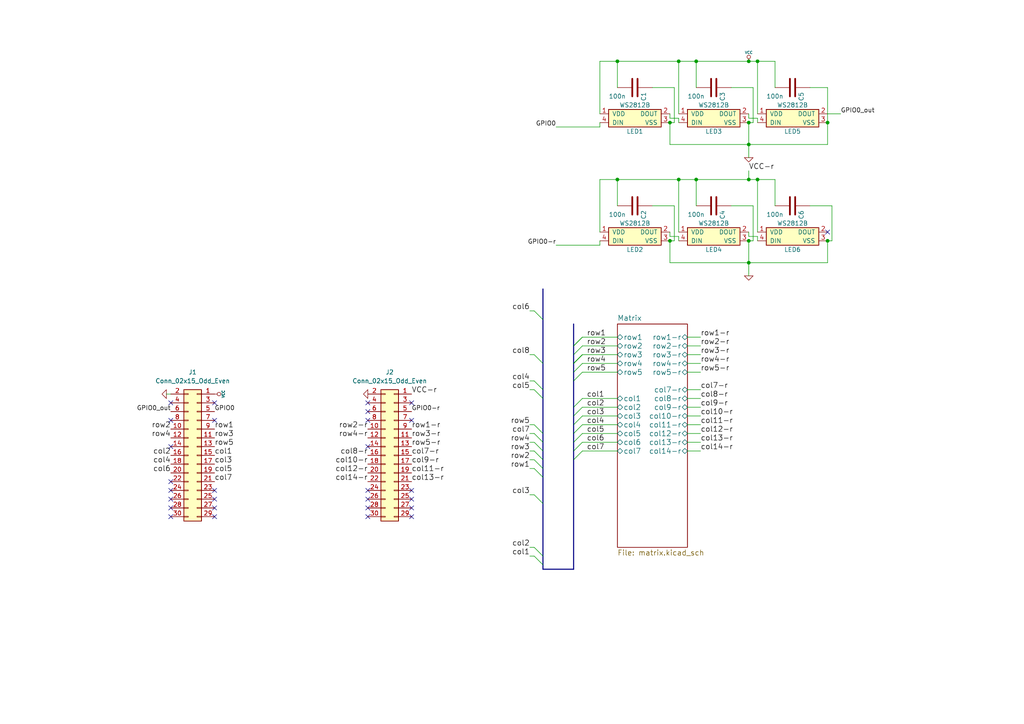
<source format=kicad_sch>
(kicad_sch (version 20211123) (generator eeschema)
  (paper "A4")
  (title_block (title "ukbdc - schematic") (date "17 jul 2013") (company "komar"))
  (lib_symbols
    (symbol "Connector_Generic:Conn_02x15_Odd_Even" (pin_names (offset 1.016) hide)
      (property "Reference" "J" (at 1.27 20.32 0))
      (property "Value" "Conn_02x15_Odd_Even" (at 1.27 -20.32 0))
      (symbol "Conn_02x15_Odd_Even_1_1"
        (rectangle (start -1.27 -17.653) (end 0 -17.907) (stroke (width 0.1524)))
        (rectangle (start -1.27 -15.113) (end 0 -15.367) (stroke (width 0.1524)))
        (rectangle (start -1.27 -12.573) (end 0 -12.827) (stroke (width 0.1524)))
        (rectangle (start -1.27 -10.033) (end 0 -10.287) (stroke (width 0.1524)))
        (rectangle (start -1.27 -7.493) (end 0 -7.747) (stroke (width 0.1524)))
        (rectangle (start -1.27 -4.953) (end 0 -5.207) (stroke (width 0.1524)))
        (rectangle (start -1.27 -2.413) (end 0 -2.667) (stroke (width 0.1524)))
        (rectangle (start -1.27 0.127) (end 0 -0.127) (stroke (width 0.1524)))
        (rectangle (start -1.27 2.667) (end 0 2.413) (stroke (width 0.1524)))
        (rectangle (start -1.27 5.207) (end 0 4.953) (stroke (width 0.1524)))
        (rectangle (start -1.27 7.747) (end 0 7.493) (stroke (width 0.1524)))
        (rectangle (start -1.27 10.287) (end 0 10.033) (stroke (width 0.1524)))
        (rectangle (start -1.27 12.827) (end 0 12.573) (stroke (width 0.1524)))
        (rectangle (start -1.27 15.367) (end 0 15.113) (stroke (width 0.1524)))
        (rectangle (start -1.27 17.907) (end 0 17.653) (stroke (width 0.1524)))
        (rectangle (start -1.27 19.05) (end 3.81 -19.05) (stroke (width 0.254)) (fill (type background)))
        (rectangle (start 3.81 -17.653) (end 2.54 -17.907) (stroke (width 0.1524)))
        (rectangle (start 3.81 -15.113) (end 2.54 -15.367) (stroke (width 0.1524)))
        (rectangle (start 3.81 -12.573) (end 2.54 -12.827) (stroke (width 0.1524)))
        (rectangle (start 3.81 -10.033) (end 2.54 -10.287) (stroke (width 0.1524)))
        (rectangle (start 3.81 -7.493) (end 2.54 -7.747) (stroke (width 0.1524)))
        (rectangle (start 3.81 -4.953) (end 2.54 -5.207) (stroke (width 0.1524)))
        (rectangle (start 3.81 -2.413) (end 2.54 -2.667) (stroke (width 0.1524)))
        (rectangle (start 3.81 0.127) (end 2.54 -0.127) (stroke (width 0.1524)))
        (rectangle (start 3.81 2.667) (end 2.54 2.413) (stroke (width 0.1524)))
        (rectangle (start 3.81 5.207) (end 2.54 4.953) (stroke (width 0.1524)))
        (rectangle (start 3.81 7.747) (end 2.54 7.493) (stroke (width 0.1524)))
        (rectangle (start 3.81 10.287) (end 2.54 10.033) (stroke (width 0.1524)))
        (rectangle (start 3.81 12.827) (end 2.54 12.573) (stroke (width 0.1524)))
        (rectangle (start 3.81 15.367) (end 2.54 15.113) (stroke (width 0.1524)))
        (rectangle (start 3.81 17.907) (end 2.54 17.653) (stroke (width 0.1524)))
        (pin passive line (at -5.08 17.78 0) (length 3.81) (name "Pin_1") (number "1"))
        (pin passive line (at 7.62 7.62 180) (length 3.81) (name "Pin_10") (number "10"))
        (pin passive line (at -5.08 5.08 0) (length 3.81) (name "Pin_11") (number "11"))
        (pin passive line (at 7.62 5.08 180) (length 3.81) (name "Pin_12") (number "12"))
        (pin passive line (at -5.08 2.54 0) (length 3.81) (name "Pin_13") (number "13"))
        (pin passive line (at 7.62 2.54 180) (length 3.81) (name "Pin_14") (number "14"))
        (pin passive line (at -5.08 0 0) (length 3.81) (name "Pin_15") (number "15"))
        (pin passive line (at 7.62 0 180) (length 3.81) (name "Pin_16") (number "16"))
        (pin passive line (at -5.08 -2.54 0) (length 3.81) (name "Pin_17") (number "17"))
        (pin passive line (at 7.62 -2.54 180) (length 3.81) (name "Pin_18") (number "18"))
        (pin passive line (at -5.08 -5.08 0) (length 3.81) (name "Pin_19") (number "19"))
        (pin passive line (at 7.62 17.78 180) (length 3.81) (name "Pin_2") (number "2"))
        (pin passive line (at 7.62 -5.08 180) (length 3.81) (name "Pin_20") (number "20"))
        (pin passive line (at -5.08 -7.62 0) (length 3.81) (name "Pin_21") (number "21"))
        (pin passive line (at 7.62 -7.62 180) (length 3.81) (name "Pin_22") (number "22"))
        (pin passive line (at -5.08 -10.16 0) (length 3.81) (name "Pin_23") (number "23"))
        (pin passive line (at 7.62 -10.16 180) (length 3.81) (name "Pin_24") (number "24"))
        (pin passive line (at -5.08 -12.7 0) (length 3.81) (name "Pin_25") (number "25"))
        (pin passive line (at 7.62 -12.7 180) (length 3.81) (name "Pin_26") (number "26"))
        (pin passive line (at -5.08 -15.24 0) (length 3.81) (name "Pin_27") (number "27"))
        (pin passive line (at 7.62 -15.24 180) (length 3.81) (name "Pin_28") (number "28"))
        (pin passive line (at -5.08 -17.78 0) (length 3.81) (name "Pin_29") (number "29"))
        (pin passive line (at -5.08 15.24 0) (length 3.81) (name "Pin_3") (number "3"))
        (pin passive line (at 7.62 -17.78 180) (length 3.81) (name "Pin_30") (number "30"))
        (pin passive line (at 7.62 15.24 180) (length 3.81) (name "Pin_4") (number "4"))
        (pin passive line (at -5.08 12.7 0) (length 3.81) (name "Pin_5") (number "5"))
        (pin passive line (at 7.62 12.7 180) (length 3.81) (name "Pin_6") (number "6"))
        (pin passive line (at -5.08 10.16 0) (length 3.81) (name "Pin_7") (number "7"))
        (pin passive line (at 7.62 10.16 180) (length 3.81) (name "Pin_8") (number "8"))
        (pin passive line (at -5.08 7.62 0) (length 3.81) (name "Pin_9") (number "9"))
      )
    )
    (symbol "keyboard-rescue:C" (pin_numbers hide) (pin_names (offset 0.254))
      (property "Reference" "C" (at 1.27 2.54 0))
      (property "Value" "C" (at 1.27 -2.54 0))
      (symbol "C_0_1"
        (polyline (pts (xy -2.54 -0.762) (xy 2.54 -0.762)) (stroke (width 0.508)))
        (polyline (pts (xy -2.54 0.762) (xy 2.54 0.762)) (stroke (width 0.508)))
      )
      (symbol "C_1_1"
        (pin passive line (at 0 5.08 270) (length 4.318) (name "~") (number "1"))
        (pin passive line (at 0 -5.08 90) (length 4.318) (name "~") (number "2"))
      )
    )
    (symbol "keyboard-rescue:GND" (power) (pin_names (offset 0))
      (symbol "GND_0_1"
        (polyline (pts (xy -1.27 0) (xy 0 -1.27) (xy 1.27 0) (xy -1.27 0)))
      )
      (symbol "GND_1_1"
        (pin power_in line (at 0 0 90) (length 0) hide (name "GND") (number "1"))
      )
    )
    (symbol "keyboard-rescue:VCC" (power) (pin_names (offset 0))
      (property "Value" "VCC" (at 0 2.54 0))
      (symbol "VCC_0_0"
        (pin power_in line (at 0 0 90) (length 0) hide (name "VCC") (number "1"))
      )
      (symbol "VCC_0_1"
        (polyline (pts (xy 0 0) (xy 0 0.762) (xy 0 0.762)))
        (circle (center 0 1.27) (radius 0.508))
      )
    )
    (symbol "keyboard-rescue:WS2812B" (pin_names (offset 1.016))
      (property "Reference" "LED" (at 0 -5.08 0))
      (property "Value" "WS2812B" (at 0 2.54 0))
      (symbol "WS2812B_0_1"
        (rectangle (start -7.62 1.27) (end 7.62 -3.81) (stroke (width 0.254)) (fill (type background)))
      )
      (symbol "WS2812B_1_1"
        (pin power_in line (at -10.16 0 0) (length 2.54) (name "VDD") (number "1"))
        (pin output line (at 10.16 0 180) (length 2.54) (name "DOUT") (number "2"))
        (pin power_in line (at 10.16 -2.54 180) (length 2.54) (name "VSS") (number "3"))
        (pin input line (at -10.16 -2.54 0) (length 2.54) (name "DIN") (number "4"))
      )
    )
  )
  (junction (at 179.07 17.78))
  (junction (at 240.03 35.56))
  (junction (at 196.85 17.78))
  (junction (at 217.17 35.56))
  (junction (at 179.07 52.07))
  (junction (at 194.31 69.85))
  (junction (at 217.17 69.85))
  (junction (at 217.17 76.2))
  (junction (at 194.31 35.56))
  (junction (at 196.85 52.07))
  (junction (at 217.17 17.78))
  (junction (at 217.17 52.07))
  (junction (at 201.93 52.07))
  (junction (at 219.71 17.78))
  (junction (at 219.71 52.07))
  (junction (at 240.03 69.85))
  (junction (at 217.17 41.91))
  (junction (at 201.93 17.78))
  (no_connect (at 240.03 67.31))
  (no_connect (at 106.68 144.78))
  (no_connect (at 119.38 142.24))
  (no_connect (at 119.38 144.78))
  (no_connect (at 119.38 116.84))
  (no_connect (at 119.38 121.92))
  (no_connect (at 119.38 149.86))
  (no_connect (at 49.53 149.86))
  (no_connect (at 62.23 142.24))
  (no_connect (at 106.68 147.32))
  (no_connect (at 106.68 129.54))
  (no_connect (at 106.68 121.92))
  (no_connect (at 119.38 147.32))
  (no_connect (at 62.23 149.86))
  (no_connect (at 49.53 144.78))
  (no_connect (at 106.68 149.86))
  (no_connect (at 62.23 116.84))
  (no_connect (at 62.23 144.78))
  (no_connect (at 106.68 142.24))
  (no_connect (at 49.53 116.84))
  (no_connect (at 49.53 142.24))
  (no_connect (at 106.68 119.38))
  (no_connect (at 49.53 121.92))
  (no_connect (at 62.23 147.32))
  (no_connect (at 49.53 147.32))
  (no_connect (at 62.23 121.92))
  (no_connect (at 49.53 139.7))
  (no_connect (at 49.53 129.54))
  (no_connect (at 106.68 116.84))
  (bus_entry (at 166.37 120.65) (size 2.54 -2.54))
  (bus_entry (at 154.94 135.89) (size 2.54 2.54))
  (bus_entry (at 154.94 158.75) (size 2.54 2.54))
  (bus_entry (at 154.94 143.51) (size 2.54 2.54))
  (bus_entry (at 154.94 161.29) (size 2.54 2.54))
  (bus_entry (at 154.94 90.17) (size 2.54 2.54))
  (bus_entry (at 166.37 118.11) (size 2.54 -2.54))
  (bus_entry (at 154.94 130.81) (size 2.54 2.54))
  (bus_entry (at 166.37 102.87) (size 2.54 -2.54))
  (bus_entry (at 166.37 107.95) (size 2.54 -2.54))
  (bus_entry (at 166.37 130.81) (size 2.54 -2.54))
  (bus_entry (at 166.37 133.35) (size 2.54 -2.54))
  (bus_entry (at 166.37 125.73) (size 2.54 -2.54))
  (bus_entry (at 166.37 128.27) (size 2.54 -2.54))
  (bus_entry (at 154.94 133.35) (size 2.54 2.54))
  (bus_entry (at 166.37 105.41) (size 2.54 -2.54))
  (bus_entry (at 166.37 105.41) (size 2.54 -2.54))
  (bus_entry (at 154.94 125.73) (size 2.54 2.54))
  (bus_entry (at 166.37 105.41) (size 2.54 -2.54))
  (bus_entry (at 166.37 100.33) (size 2.54 -2.54))
  (bus_entry (at 154.94 110.49) (size 2.54 2.54))
  (bus_entry (at 154.94 113.03) (size 2.54 2.54))
  (bus_entry (at 166.37 123.19) (size 2.54 -2.54))
  (bus_entry (at 154.94 128.27) (size 2.54 2.54))
  (bus_entry (at 166.37 110.49) (size 2.54 -2.54))
  (bus_entry (at 166.37 100.33) (size 2.54 -2.54))
  (bus_entry (at 154.94 102.87) (size 2.54 2.54))
  (bus_entry (at 154.94 123.19) (size 2.54 2.54))
  (wire (pts (xy 199.39 107.95) (xy 203.2 107.95)))
  (wire (pts (xy 194.31 69.85) (xy 194.31 76.2)))
  (wire (pts (xy 168.91 97.79) (xy 179.07 97.79)))
  (bus (pts (xy 157.48 128.27) (xy 157.48 125.73)))
  (wire (pts (xy 179.07 52.07) (xy 196.85 52.07)))
  (bus (pts (xy 166.37 105.41) (xy 166.37 107.95)))
  (wire (pts (xy 219.71 68.58) (xy 219.71 69.85)))
  (wire (pts (xy 153.67 125.73) (xy 154.94 125.73)))
  (wire (pts (xy 179.07 100.33) (xy 168.91 100.33)))
  (bus (pts (xy 157.48 105.41) (xy 157.48 92.71)))
  (wire (pts (xy 194.31 33.02) (xy 194.31 34.29)))
  (wire (pts (xy 203.2 100.33) (xy 199.39 100.33)))
  (wire (pts (xy 234.95 59.69) (xy 241.3 59.69)))
  (wire (pts (xy 179.07 17.78) (xy 196.85 17.78)))
  (wire (pts (xy 199.39 97.79) (xy 203.2 97.79)))
  (wire (pts (xy 189.23 59.69) (xy 195.58 59.69)))
  (bus (pts (xy 166.37 100.33) (xy 166.37 102.87)))
  (wire (pts (xy 153.67 102.87) (xy 154.94 102.87)))
  (wire (pts (xy 212.09 25.4) (xy 218.44 25.4)))
  (wire (pts (xy 224.79 52.07) (xy 224.79 59.69)))
  (bus (pts (xy 166.37 107.95) (xy 166.37 110.49)))
  (bus (pts (xy 157.48 163.83) (xy 157.48 161.29)))
  (bus (pts (xy 166.37 118.11) (xy 166.37 120.65)))
  (wire (pts (xy 195.58 35.56) (xy 194.31 35.56)))
  (wire (pts (xy 173.99 52.07) (xy 173.99 67.31)))
  (wire (pts (xy 217.17 35.56) (xy 217.17 41.91)))
  (wire (pts (xy 49.53 114.3) (xy 48.26 114.3)))
  (bus (pts (xy 166.37 165.1) (xy 157.48 165.1)))
  (wire (pts (xy 179.07 118.11) (xy 168.91 118.11)))
  (wire (pts (xy 168.91 107.95) (xy 179.07 107.95)))
  (wire (pts (xy 199.39 115.57) (xy 203.2 115.57)))
  (wire (pts (xy 199.39 102.87) (xy 203.2 102.87)))
  (wire (pts (xy 179.07 52.07) (xy 179.07 59.69)))
  (wire (pts (xy 217.17 76.2) (xy 217.17 80.01)))
  (wire (pts (xy 241.3 59.69) (xy 241.3 69.85)))
  (wire (pts (xy 161.29 36.83) (xy 173.99 36.83)))
  (wire (pts (xy 196.85 17.78) (xy 201.93 17.78)))
  (wire (pts (xy 218.44 25.4) (xy 218.44 35.56)))
  (wire (pts (xy 194.31 41.91) (xy 217.17 41.91)))
  (wire (pts (xy 194.31 68.58) (xy 196.85 68.58)))
  (wire (pts (xy 217.17 52.07) (xy 219.71 52.07)))
  (wire (pts (xy 217.17 17.78) (xy 219.71 17.78)))
  (bus (pts (xy 166.37 125.73) (xy 166.37 128.27)))
  (wire (pts (xy 173.99 17.78) (xy 179.07 17.78)))
  (wire (pts (xy 240.03 25.4) (xy 240.03 35.56)))
  (wire (pts (xy 217.17 41.91) (xy 240.03 41.91)))
  (wire (pts (xy 199.39 123.19) (xy 203.2 123.19)))
  (bus (pts (xy 157.48 135.89) (xy 157.48 133.35)))
  (wire (pts (xy 217.17 41.91) (xy 217.17 45.72)))
  (wire (pts (xy 199.39 128.27) (xy 203.2 128.27)))
  (wire (pts (xy 201.93 17.78) (xy 201.93 25.4)))
  (bus (pts (xy 166.37 130.81) (xy 166.37 133.35)))
  (wire (pts (xy 153.67 135.89) (xy 154.94 135.89)))
  (wire (pts (xy 153.67 143.51) (xy 154.94 143.51)))
  (wire (pts (xy 153.67 113.03) (xy 154.94 113.03)))
  (wire (pts (xy 199.39 113.03) (xy 203.2 113.03)))
  (wire (pts (xy 153.67 128.27) (xy 154.94 128.27)))
  (wire (pts (xy 219.71 33.02) (xy 219.71 17.78)))
  (bus (pts (xy 166.37 102.87) (xy 166.37 105.41)))
  (bus (pts (xy 157.48 133.35) (xy 157.48 130.81)))
  (wire (pts (xy 196.85 52.07) (xy 201.93 52.07)))
  (wire (pts (xy 196.85 67.31) (xy 196.85 52.07)))
  (bus (pts (xy 166.37 110.49) (xy 166.37 118.11)))
  (wire (pts (xy 219.71 52.07) (xy 224.79 52.07)))
  (wire (pts (xy 179.07 105.41) (xy 168.91 105.41)))
  (wire (pts (xy 201.93 52.07) (xy 201.93 59.69)))
  (wire (pts (xy 168.91 125.73) (xy 179.07 125.73)))
  (bus (pts (xy 157.48 130.81) (xy 157.48 128.27)))
  (wire (pts (xy 189.23 25.4) (xy 195.58 25.4)))
  (wire (pts (xy 153.67 161.29) (xy 154.94 161.29)))
  (wire (pts (xy 195.58 25.4) (xy 195.58 35.56)))
  (wire (pts (xy 194.31 76.2) (xy 217.17 76.2)))
  (wire (pts (xy 219.71 67.31) (xy 219.71 52.07)))
  (wire (pts (xy 217.17 76.2) (xy 240.03 76.2)))
  (bus (pts (xy 157.48 92.71) (xy 157.48 83.82)))
  (wire (pts (xy 217.17 69.85) (xy 217.17 76.2)))
  (wire (pts (xy 217.17 34.29) (xy 219.71 34.29)))
  (wire (pts (xy 240.03 76.2) (xy 240.03 69.85)))
  (wire (pts (xy 194.31 34.29) (xy 196.85 34.29)))
  (wire (pts (xy 153.67 130.81) (xy 154.94 130.81)))
  (wire (pts (xy 201.93 52.07) (xy 217.17 52.07)))
  (wire (pts (xy 219.71 34.29) (xy 219.71 35.56)))
  (bus (pts (xy 157.48 161.29) (xy 157.48 146.05)))
  (wire (pts (xy 179.07 123.19) (xy 168.91 123.19)))
  (wire (pts (xy 173.99 33.02) (xy 173.99 17.78)))
  (wire (pts (xy 241.3 69.85) (xy 240.03 69.85)))
  (wire (pts (xy 153.67 90.17) (xy 154.94 90.17)))
  (wire (pts (xy 219.71 17.78) (xy 224.79 17.78)))
  (wire (pts (xy 173.99 71.12) (xy 173.99 69.85)))
  (wire (pts (xy 196.85 34.29) (xy 196.85 35.56)))
  (wire (pts (xy 217.17 68.58) (xy 219.71 68.58)))
  (bus (pts (xy 157.48 146.05) (xy 157.48 138.43)))
  (bus (pts (xy 166.37 123.19) (xy 166.37 125.73)))
  (bus (pts (xy 166.37 128.27) (xy 166.37 130.81)))
  (wire (pts (xy 194.31 35.56) (xy 194.31 41.91)))
  (wire (pts (xy 168.91 115.57) (xy 179.07 115.57)))
  (wire (pts (xy 217.17 67.31) (xy 217.17 68.58)))
  (wire (pts (xy 243.84 33.02) (xy 240.03 33.02)))
  (wire (pts (xy 199.39 118.11) (xy 203.2 118.11)))
  (wire (pts (xy 161.29 71.12) (xy 173.99 71.12)))
  (bus (pts (xy 166.37 120.65) (xy 166.37 123.19)))
  (bus (pts (xy 157.48 165.1) (xy 157.48 163.83)))
  (wire (pts (xy 196.85 68.58) (xy 196.85 69.85)))
  (bus (pts (xy 166.37 93.98) (xy 166.37 100.33)))
  (wire (pts (xy 173.99 52.07) (xy 179.07 52.07)))
  (wire (pts (xy 212.09 59.69) (xy 218.44 59.69)))
  (wire (pts (xy 173.99 36.83) (xy 173.99 35.56)))
  (wire (pts (xy 196.85 33.02) (xy 196.85 17.78)))
  (wire (pts (xy 179.07 17.78) (xy 179.07 25.4)))
  (wire (pts (xy 224.79 17.78) (xy 224.79 25.4)))
  (wire (pts (xy 194.31 67.31) (xy 194.31 68.58)))
  (wire (pts (xy 194.31 69.85) (xy 195.58 69.85)))
  (bus (pts (xy 157.48 138.43) (xy 157.48 135.89)))
  (wire (pts (xy 201.93 17.78) (xy 217.17 17.78)))
  (wire (pts (xy 153.67 158.75) (xy 154.94 158.75)))
  (bus (pts (xy 157.48 125.73) (xy 157.48 115.57)))
  (wire (pts (xy 199.39 130.81) (xy 203.2 130.81)))
  (wire (pts (xy 195.58 59.69) (xy 195.58 69.85)))
  (wire (pts (xy 168.91 130.81) (xy 179.07 130.81)))
  (bus (pts (xy 166.37 133.35) (xy 166.37 165.1)))
  (wire (pts (xy 217.17 49.53) (xy 217.17 52.07)))
  (wire (pts (xy 218.44 59.69) (xy 218.44 69.85)))
  (wire (pts (xy 218.44 35.56) (xy 217.17 35.56)))
  (wire (pts (xy 179.07 128.27) (xy 168.91 128.27)))
  (wire (pts (xy 168.91 102.87) (xy 179.07 102.87)))
  (wire (pts (xy 199.39 125.73) (xy 203.2 125.73)))
  (wire (pts (xy 217.17 33.02) (xy 217.17 34.29)))
  (wire (pts (xy 240.03 25.4) (xy 234.95 25.4)))
  (wire (pts (xy 153.67 133.35) (xy 154.94 133.35)))
  (wire (pts (xy 218.44 69.85) (xy 217.17 69.85)))
  (wire (pts (xy 153.67 123.19) (xy 154.94 123.19)))
  (bus (pts (xy 157.48 113.03) (xy 157.48 105.41)))
  (wire (pts (xy 153.67 110.49) (xy 154.94 110.49)))
  (wire (pts (xy 168.91 120.65) (xy 179.07 120.65)))
  (wire (pts (xy 199.39 120.65) (xy 203.2 120.65)))
  (wire (pts (xy 199.39 105.41) (xy 203.2 105.41)))
  (wire (pts (xy 240.03 41.91) (xy 240.03 35.56)))
  (bus (pts (xy 157.48 115.57) (xy 157.48 113.03)))
  (label "row1-r" (at 119.38 124.46 0) (effects (font (size 1.524 1.524))))
  (label "row5" (at 170.18 107.95 0) (effects (font (size 1.524 1.524))))
  (label "col2" (at 170.18 118.11 0) (effects (font (size 1.524 1.524))))
  (label "col7-r" (at 119.38 132.08 0) (effects (font (size 1.524 1.524))))
  (label "col9-r" (at 119.38 134.62 0) (effects (font (size 1.524 1.524))))
  (label "VCC-r" (at 217.17 49.53 0) (effects (font (size 1.524 1.524))))
  (label "row2" (at 153.67 133.35 180) (effects (font (size 1.524 1.524))))
  (label "col13-r" (at 119.38 139.7 0) (effects (font (size 1.524 1.524))))
  (label "col7" (at 153.67 125.73 180) (effects (font (size 1.524 1.524))))
  (label "col5" (at 153.67 113.03 180) (effects (font (size 1.524 1.524))))
  (label "row2" (at 49.53 124.46 180) (effects (font (size 1.524 1.524))))
  (label "col5" (at 62.23 137.16 0) (effects (font (size 1.524 1.524))))
  (label "GPIO0-r" (at 161.29 71.12 180))
  (label "col1" (at 62.23 132.08 0) (effects (font (size 1.524 1.524))))
  (label "row3-r" (at 203.2 102.87 0) (effects (font (size 1.524 1.524))))
  (label "col12-r" (at 203.2 125.73 0) (effects (font (size 1.524 1.524))))
  (label "row4-r" (at 106.68 127 180) (effects (font (size 1.524 1.524))))
  (label "col6" (at 49.53 137.16 180) (effects (font (size 1.524 1.524))))
  (label "row2-r" (at 106.68 124.46 180) (effects (font (size 1.524 1.524))))
  (label "col2" (at 153.67 158.75 180) (effects (font (size 1.524 1.524))))
  (label "col8-r" (at 106.68 132.08 180) (effects (font (size 1.524 1.524))))
  (label "row4" (at 170.18 105.41 0) (effects (font (size 1.524 1.524))))
  (label "row3" (at 62.23 127 0) (effects (font (size 1.524 1.524))))
  (label "col12-r" (at 106.68 137.16 180) (effects (font (size 1.524 1.524))))
  (label "row5-r" (at 119.38 129.54 0) (effects (font (size 1.524 1.524))))
  (label "col3" (at 153.67 143.51 180) (effects (font (size 1.524 1.524))))
  (label "col6" (at 170.18 128.27 0) (effects (font (size 1.524 1.524))))
  (label "row1" (at 170.18 97.79 0) (effects (font (size 1.524 1.524))))
  (label "row3" (at 170.18 102.87 0) (effects (font (size 1.524 1.524))))
  (label "row5" (at 153.67 123.19 180) (effects (font (size 1.524 1.524))))
  (label "col4" (at 49.53 134.62 180) (effects (font (size 1.524 1.524))))
  (label "row2-r" (at 203.2 100.33 0) (effects (font (size 1.524 1.524))))
  (label "col13-r" (at 203.2 128.27 0) (effects (font (size 1.524 1.524))))
  (label "GPIO0-r" (at 119.38 119.38 0))
  (label "col8-r" (at 203.2 115.57 0) (effects (font (size 1.524 1.524))))
  (label "row4" (at 153.67 128.27 180) (effects (font (size 1.524 1.524))))
  (label "col4" (at 153.67 110.49 180) (effects (font (size 1.524 1.524))))
  (label "GPIO0_out" (at 243.84 33.02 0))
  (label "col7" (at 62.23 139.7 0) (effects (font (size 1.524 1.524))))
  (label "row1-r" (at 203.2 97.79 0) (effects (font (size 1.524 1.524))))
  (label "col11-r" (at 203.2 123.19 0) (effects (font (size 1.524 1.524))))
  (label "col11-r" (at 119.38 137.16 0) (effects (font (size 1.524 1.524))))
  (label "col3" (at 170.18 120.65 0) (effects (font (size 1.524 1.524))))
  (label "row1" (at 62.23 124.46 0) (effects (font (size 1.524 1.524))))
  (label "row1" (at 153.67 135.89 180) (effects (font (size 1.524 1.524))))
  (label "col6" (at 153.67 90.17 180) (effects (font (size 1.524 1.524))))
  (label "row4-r" (at 203.2 105.41 0) (effects (font (size 1.524 1.524))))
  (label "row5-r" (at 203.2 107.95 0) (effects (font (size 1.524 1.524))))
  (label "col1" (at 170.18 115.57 0) (effects (font (size 1.524 1.524))))
  (label "GPIO0" (at 62.23 119.38 0))
  (label "col10-r" (at 106.68 134.62 180) (effects (font (size 1.524 1.524))))
  (label "GPIO0_out" (at 49.53 119.38 180))
  (label "col4" (at 170.18 123.19 0) (effects (font (size 1.524 1.524))))
  (label "col7" (at 170.18 130.81 0) (effects (font (size 1.524 1.524))))
  (label "row4" (at 49.53 127 180) (effects (font (size 1.524 1.524))))
  (label "col3" (at 62.23 134.62 0) (effects (font (size 1.524 1.524))))
  (label "col14-r" (at 203.2 130.81 0) (effects (font (size 1.524 1.524))))
  (label "VCC-r" (at 119.38 114.3 0) (effects (font (size 1.524 1.524))))
  (label "col10-r" (at 203.2 120.65 0) (effects (font (size 1.524 1.524))))
  (label "col8" (at 153.67 102.87 180) (effects (font (size 1.524 1.524))))
  (label "row2" (at 170.18 100.33 0) (effects (font (size 1.524 1.524))))
  (label "col9-r" (at 203.2 118.11 0) (effects (font (size 1.524 1.524))))
  (label "GPIO0" (at 161.29 36.83 180))
  (label "col7-r" (at 203.2 113.03 0) (effects (font (size 1.524 1.524))))
  (label "col1" (at 153.67 161.29 180) (effects (font (size 1.524 1.524))))
  (label "row5" (at 62.23 129.54 0) (effects (font (size 1.524 1.524))))
  (label "col2" (at 49.53 132.08 180) (effects (font (size 1.524 1.524))))
  (label "row3-r" (at 119.38 127 0) (effects (font (size 1.524 1.524))))
  (label "col5" (at 170.18 125.73 0) (effects (font (size 1.524 1.524))))
  (label "col14-r" (at 106.68 139.7 180) (effects (font (size 1.524 1.524))))
  (label "row3" (at 153.67 130.81 180) (effects (font (size 1.524 1.524))))
  (symbol (lib_id "keyboard-rescue:WS2812B") (at 184.15 33.02 0) (unit 1)
    (property "Reference" "LED1" (at 184.15 38.1 0))
    (property "Value" "WS2812B" (at 184.15 30.48 0))
    (property "Footprint" "LEDs:LED_WS2812B-PLCC4" (effects hide))
  )
  (symbol (lib_id "keyboard-rescue:WS2812B") (at 207.01 33.02 0) (unit 1)
    (property "Reference" "LED3" (at 207.01 38.1 0))
    (property "Value" "WS2812B" (at 207.01 30.48 0))
    (property "Footprint" "LEDs:LED_WS2812B-PLCC4" (effects hide))
  )
  (symbol (lib_id "keyboard-rescue:WS2812B") (at 229.87 33.02 0) (unit 1)
    (property "Reference" "LED5" (at 229.87 38.1 0))
    (property "Value" "WS2812B" (at 229.87 30.48 0))
    (property "Footprint" "LEDs:LED_WS2812B-PLCC4" (effects hide))
  )
  (symbol (lib_id "keyboard-rescue:C") (at 184.15 25.4 270) (unit 1)
    (property "Reference" "C1" (at 186.69 26.67 0) (effects (justify left)))
    (property "Value" "100n" (at 176.53 27.94 90) (effects (justify left)))
    (property "Footprint" "0805:0805C" (effects hide))
  )
  (symbol (lib_id "keyboard-rescue:C") (at 207.01 25.4 270) (unit 1)
    (property "Reference" "C3" (at 209.55 26.67 0) (effects (justify left)))
    (property "Value" "100n" (at 199.39 27.94 90) (effects (justify left)))
    (property "Footprint" "0805:0805C" (effects hide))
  )
  (symbol (lib_id "keyboard-rescue:C") (at 229.87 25.4 270) (unit 1)
    (property "Reference" "C5" (at 232.41 26.67 0) (effects (justify left)))
    (property "Value" "100n" (at 222.25 27.94 90) (effects (justify left)))
    (property "Footprint" "0805:0805C" (effects hide))
  )
  (symbol (lib_id "keyboard-rescue:VCC") (at 217.17 17.78 0) (unit 1)
    (property "Reference" "#PWR05" (effects hide))
    (property "Value" "VCC" (at 217.17 15.24 0) (effects (font (size 0.762 0.762))))
  )
  (symbol (lib_id "keyboard-rescue:GND") (at 217.17 45.72 0) (unit 1)
    (property "Reference" "#PWR06" (effects hide))
    (property "Value" "GND" (effects hide))
  )
  (symbol (lib_id "keyboard-rescue:WS2812B") (at 184.15 67.31 0) (unit 1)
    (property "Reference" "LED2" (at 184.15 72.39 0))
    (property "Value" "WS2812B" (at 184.15 64.77 0))
    (property "Footprint" "LEDs:LED_WS2812B-PLCC4" (effects hide))
  )
  (symbol (lib_id "keyboard-rescue:WS2812B") (at 207.01 67.31 0) (unit 1)
    (property "Reference" "LED4" (at 207.01 72.39 0))
    (property "Value" "WS2812B" (at 207.01 64.77 0))
    (property "Footprint" "LEDs:LED_WS2812B-PLCC4" (effects hide))
  )
  (symbol (lib_id "keyboard-rescue:WS2812B") (at 229.87 67.31 0) (unit 1)
    (property "Reference" "LED6" (at 229.87 72.39 0))
    (property "Value" "WS2812B" (at 229.87 64.77 0))
    (property "Footprint" "LEDs:LED_WS2812B-PLCC4" (effects hide))
  )
  (symbol (lib_id "keyboard-rescue:C") (at 184.15 59.69 270) (unit 1)
    (property "Reference" "C2" (at 186.69 60.96 0) (effects (justify left)))
    (property "Value" "100n" (at 176.53 62.23 90) (effects (justify left)))
    (property "Footprint" "0805:0805C" (effects hide))
  )
  (symbol (lib_id "keyboard-rescue:C") (at 207.01 59.69 270) (unit 1)
    (property "Reference" "C4" (at 209.55 60.96 0) (effects (justify left)))
    (property "Value" "100n" (at 199.39 62.23 90) (effects (justify left)))
    (property "Footprint" "0805:0805C" (effects hide))
  )
  (symbol (lib_id "keyboard-rescue:C") (at 229.87 59.69 270) (unit 1)
    (property "Reference" "C6" (at 232.41 60.96 0) (effects (justify left)))
    (property "Value" "100n" (at 222.25 62.23 90) (effects (justify left)))
    (property "Footprint" "0805:0805C" (effects hide))
  )
  (symbol (lib_id "keyboard-rescue:GND") (at 217.17 80.01 0) (unit 1)
    (property "Reference" "#PWR07" (effects hide))
    (property "Value" "GND" (effects hide))
  )
  (symbol (lib_id "keyboard-rescue:GND") (at 106.68 114.3 270) (unit 1)
    (property "Reference" "#PWR0101" (effects hide))
    (property "Value" "GND" (effects hide))
  )
  (symbol (lib_id "Connector_Generic:Conn_02x15_Odd_Even") (at 114.3 132.08 0) (mirror y) (unit 1)
    (property "Reference" "J2" (at 113.03 107.95 0))
    (property "Value" "Conn_02x15_Odd_Even" (at 113.03 110.49 0))
    (property "Footprint" "usb:30PIN_0.4MM_BTB_MALE" (effects hide))
  )
  (symbol (lib_id "Connector_Generic:Conn_02x15_Odd_Even") (at 57.15 132.08 0) (mirror y) (unit 1)
    (property "Reference" "J1" (at 55.88 107.95 0))
    (property "Value" "Conn_02x15_Odd_Even" (at 55.88 110.49 0))
    (property "Footprint" "usb:30PIN_0.4MM_BTB_MALE" (effects hide))
  )
  (symbol (lib_id "keyboard-rescue:GND") (at 48.26 114.3 270) (mirror x) (unit 1)
    (property "Reference" "#PWR0104" (effects hide))
    (property "Value" "GND" (effects hide))
  )
  (symbol (lib_id "keyboard-rescue:VCC") (at 62.23 114.3 270) (mirror x) (unit 1)
    (property "Reference" "#PWR0107" (effects hide))
    (property "Value" "VCC" (at 64.77 114.3 0) (effects (font (size 0.762 0.762))))
  )
  (sheet (at 179.07 93.98) (size 20.32 64.77)
    (property "Sheet name" "Matrix" (at 179.07 93.1414 0) (effects (font (size 1.524 1.524)) (justify left bottom)))
    (property "Sheet file" "matrix.kicad_sch" (at 179.07 159.4362 0) (effects (font (size 1.524 1.524)) (justify left top)))
    (pin "row1" tri_state (at 179.07 97.79 180) (effects (font (size 1.524 1.524))))
    (pin "row2" tri_state (at 179.07 100.33 180) (effects (font (size 1.524 1.524))))
    (pin "row3" tri_state (at 179.07 102.87 180) (effects (font (size 1.524 1.524))))
    (pin "row4" tri_state (at 179.07 105.41 180) (effects (font (size 1.524 1.524))))
    (pin "row5" tri_state (at 179.07 107.95 180) (effects (font (size 1.524 1.524))))
    (pin "col1" tri_state (at 179.07 115.57 180) (effects (font (size 1.524 1.524))))
    (pin "col2" tri_state (at 179.07 118.11 180) (effects (font (size 1.524 1.524))))
    (pin "col3" tri_state (at 179.07 120.65 180) (effects (font (size 1.524 1.524))))
    (pin "col4" tri_state (at 179.07 123.19 180) (effects (font (size 1.524 1.524))))
    (pin "col5" tri_state (at 179.07 125.73 180) (effects (font (size 1.524 1.524))))
    (pin "col6" tri_state (at 179.07 128.27 180) (effects (font (size 1.524 1.524))))
    (pin "col7" tri_state (at 179.07 130.81 180) (effects (font (size 1.524 1.524))))
    (pin "col8-r" tri_state (at 199.39 115.57 0) (effects (font (size 1.524 1.524))))
    (pin "col9-r" tri_state (at 199.39 118.11 0) (effects (font (size 1.524 1.524))))
    (pin "col10-r" tri_state (at 199.39 120.65 0) (effects (font (size 1.524 1.524))))
    (pin "col11-r" tri_state (at 199.39 123.19 0) (effects (font (size 1.524 1.524))))
    (pin "col12-r" tri_state (at 199.39 125.73 0) (effects (font (size 1.524 1.524))))
    (pin "col13-r" tri_state (at 199.39 128.27 0) (effects (font (size 1.524 1.524))))
    (pin "col14-r" tri_state (at 199.39 130.81 0) (effects (font (size 1.524 1.524))))
    (pin "col7-r" tri_state (at 199.39 113.03 0) (effects (font (size 1.524 1.524))))
    (pin "row1-r" tri_state (at 199.39 97.79 0) (effects (font (size 1.524 1.524))))
    (pin "row2-r" bidirectional (at 199.39 100.33 0) (effects (font (size 1.524 1.524))))
    (pin "row3-r" bidirectional (at 199.39 102.87 0) (effects (font (size 1.524 1.524))))
    (pin "row4-r" bidirectional (at 199.39 105.41 0) (effects (font (size 1.524 1.524))))
    (pin "row5-r" bidirectional (at 199.39 107.95 0) (effects (font (size 1.524 1.524))))
  )
)
</source>
